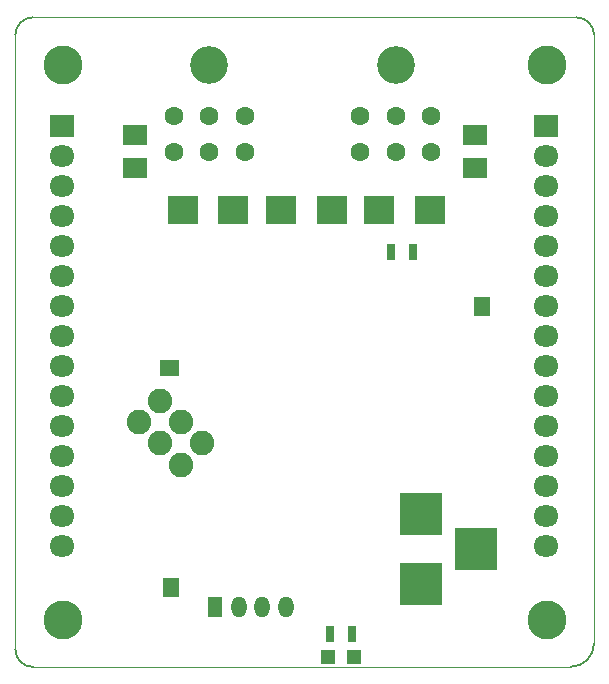
<source format=gbs>
%TF.GenerationSoftware,KiCad,Pcbnew,5.1.5+dfsg1-2build2*%
%TF.CreationDate,2021-01-07T13:42:11+01:00*%
%TF.ProjectId,BasicAtmega328,42617369-6341-4746-9d65-67613332382e,rev?*%
%TF.SameCoordinates,Original*%
%TF.FileFunction,Soldermask,Bot*%
%TF.FilePolarity,Negative*%
%FSLAX46Y46*%
G04 Gerber Fmt 4.6, Leading zero omitted, Abs format (unit mm)*
G04 Created by KiCad (PCBNEW 5.1.5+dfsg1-2build2) date 2021-01-07 13:42:11*
%MOMM*%
%LPD*%
G04 APERTURE LIST*
%ADD10C,0.127000*%
%ADD11C,0.100000*%
%ADD12R,1.300000X1.800000*%
%ADD13O,1.300000X1.800000*%
%ADD14C,3.300000*%
%ADD15R,1.300000X1.300000*%
%ADD16R,2.600000X2.400000*%
%ADD17R,2.001520X1.800860*%
%ADD18R,3.600000X3.600000*%
%ADD19R,0.838200X1.473200*%
%ADD20R,1.473200X0.838200*%
%ADD21C,2.082800*%
%ADD22O,2.132000X1.827200*%
%ADD23R,2.132000X1.827200*%
%ADD24C,1.600000*%
%ADD25C,3.200000*%
%ADD26R,0.800000X1.400000*%
G04 APERTURE END LIST*
D10*
X86000000Y-110006900D02*
G75*
G02X84493100Y-108500000I0J1506900D01*
G01*
X133500000Y-108000000D02*
G75*
G02X131500000Y-110000000I-2000000J0D01*
G01*
X84500000Y-56500000D02*
G75*
G02X86000000Y-55000000I1500000J0D01*
G01*
X132000000Y-55000000D02*
G75*
G02X133500000Y-56500000I0J-1500000D01*
G01*
D11*
X133500000Y-56500000D02*
X133500000Y-108000000D01*
X86000000Y-55000000D02*
X132000000Y-55000000D01*
X84493100Y-108500000D02*
X84500000Y-56500000D01*
X131500000Y-110000000D02*
X86000000Y-110006900D01*
D12*
X101396800Y-104902000D03*
D13*
X103396800Y-104902000D03*
X105396800Y-104902000D03*
X107396800Y-104902000D03*
D14*
X88500000Y-106000000D03*
X129500000Y-106000000D03*
X129500000Y-59000000D03*
X88500000Y-59000000D03*
D15*
X110935885Y-109141202D03*
X113135885Y-109141202D03*
D16*
X115286900Y-71297800D03*
X119586900Y-71297800D03*
X111268400Y-71348600D03*
X106968400Y-71348600D03*
X102962600Y-71335900D03*
X98662600Y-71335900D03*
D17*
X123405900Y-67782440D03*
X123405900Y-64983360D03*
X94653100Y-67744340D03*
X94653100Y-64945260D03*
D18*
X118821200Y-97015300D03*
X118821200Y-103015300D03*
X123521200Y-100015300D03*
D19*
X97129600Y-84683600D03*
X97942400Y-84683600D03*
D20*
X124000000Y-79093600D03*
X124000000Y-79906400D03*
X97637600Y-103682800D03*
X97637600Y-102870000D03*
D21*
X94945200Y-89281000D03*
X96741251Y-87484949D03*
X96741251Y-91077051D03*
X98537302Y-89281000D03*
X98537302Y-92873102D03*
X100333354Y-91077051D03*
D22*
X88417400Y-99758500D03*
X88417400Y-97218500D03*
X88417400Y-94678500D03*
X88417400Y-92138500D03*
X88417400Y-89598500D03*
X88417400Y-87058500D03*
X88417400Y-84518500D03*
X88417400Y-81978500D03*
X88417400Y-79438500D03*
X88417400Y-76898500D03*
X88417400Y-74358500D03*
X88417400Y-71818500D03*
X88417400Y-69278500D03*
X88417400Y-66738500D03*
D23*
X88417400Y-64198500D03*
D24*
X113715800Y-63373000D03*
X113715800Y-66373000D03*
X116715800Y-66373000D03*
X116715800Y-63373000D03*
X119715800Y-66373000D03*
X119715800Y-63373000D03*
D25*
X116715800Y-59053000D03*
X100904300Y-59053000D03*
D24*
X103904300Y-63373000D03*
X103904300Y-66373000D03*
X100904300Y-63373000D03*
X100904300Y-66373000D03*
X97904300Y-66373000D03*
X97904300Y-63373000D03*
D23*
X129438400Y-64198500D03*
D22*
X129438400Y-66738500D03*
X129438400Y-69278500D03*
X129438400Y-71818500D03*
X129438400Y-74358500D03*
X129438400Y-76898500D03*
X129438400Y-79438500D03*
X129438400Y-81978500D03*
X129438400Y-84518500D03*
X129438400Y-87058500D03*
X129438400Y-89598500D03*
X129438400Y-92138500D03*
X129438400Y-94678500D03*
X129438400Y-97218500D03*
X129438400Y-99758500D03*
D26*
X111116186Y-107223502D03*
X113016186Y-107223502D03*
X116309100Y-74866500D03*
X118209100Y-74866500D03*
M02*

</source>
